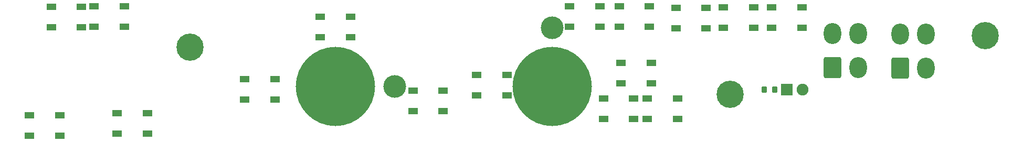
<source format=gbr>
%TF.GenerationSoftware,KiCad,Pcbnew,(6.0.9)*%
%TF.CreationDate,2023-01-06T21:10:05-09:00*%
%TF.ProjectId,HUD VID RCD PANEL,48554420-5649-4442-9052-43442050414e,rev?*%
%TF.SameCoordinates,Original*%
%TF.FileFunction,Soldermask,Top*%
%TF.FilePolarity,Negative*%
%FSLAX46Y46*%
G04 Gerber Fmt 4.6, Leading zero omitted, Abs format (unit mm)*
G04 Created by KiCad (PCBNEW (6.0.9)) date 2023-01-06 21:10:05*
%MOMM*%
%LPD*%
G01*
G04 APERTURE LIST*
G04 Aperture macros list*
%AMRoundRect*
0 Rectangle with rounded corners*
0 $1 Rounding radius*
0 $2 $3 $4 $5 $6 $7 $8 $9 X,Y pos of 4 corners*
0 Add a 4 corners polygon primitive as box body*
4,1,4,$2,$3,$4,$5,$6,$7,$8,$9,$2,$3,0*
0 Add four circle primitives for the rounded corners*
1,1,$1+$1,$2,$3*
1,1,$1+$1,$4,$5*
1,1,$1+$1,$6,$7*
1,1,$1+$1,$8,$9*
0 Add four rect primitives between the rounded corners*
20,1,$1+$1,$2,$3,$4,$5,0*
20,1,$1+$1,$4,$5,$6,$7,0*
20,1,$1+$1,$6,$7,$8,$9,0*
20,1,$1+$1,$8,$9,$2,$3,0*%
G04 Aperture macros list end*
%ADD10RoundRect,0.050000X-0.750000X-0.450000X0.750000X-0.450000X0.750000X0.450000X-0.750000X0.450000X0*%
%ADD11RoundRect,0.250000X0.200000X0.275000X-0.200000X0.275000X-0.200000X-0.275000X0.200000X-0.275000X0*%
%ADD12C,12.800000*%
%ADD13C,3.672000*%
%ADD14C,4.400000*%
%ADD15RoundRect,0.300001X-1.099999X-1.399999X1.099999X-1.399999X1.099999X1.399999X-1.099999X1.399999X0*%
%ADD16O,2.800000X3.400000*%
%ADD17RoundRect,0.050000X-0.900000X-0.900000X0.900000X-0.900000X0.900000X0.900000X-0.900000X0.900000X0*%
%ADD18C,1.900000*%
G04 APERTURE END LIST*
D10*
%TO.C,D1*%
X58166000Y-87021200D03*
X58166000Y-90321200D03*
X63066000Y-90321200D03*
X63066000Y-87021200D03*
%TD*%
%TO.C,D2*%
X61698800Y-69495200D03*
X61698800Y-72795200D03*
X66598800Y-72795200D03*
X66598800Y-69495200D03*
%TD*%
%TO.C,D3*%
X68607600Y-69444400D03*
X68607600Y-72744400D03*
X73507600Y-72744400D03*
X73507600Y-69444400D03*
%TD*%
%TO.C,D4*%
X72316000Y-86716400D03*
X72316000Y-90016400D03*
X77216000Y-90016400D03*
X77216000Y-86716400D03*
%TD*%
%TO.C,D5*%
X92862400Y-81230000D03*
X92862400Y-84530000D03*
X97762400Y-84530000D03*
X97762400Y-81230000D03*
%TD*%
%TO.C,D6*%
X105105000Y-71171600D03*
X105105000Y-74471600D03*
X110005000Y-74471600D03*
X110005000Y-71171600D03*
%TD*%
%TO.C,D7*%
X120029000Y-83084400D03*
X120029000Y-86384400D03*
X124929000Y-86384400D03*
X124929000Y-83084400D03*
%TD*%
%TO.C,D8*%
X130302000Y-80569600D03*
X130302000Y-83869600D03*
X135202000Y-83869600D03*
X135202000Y-80569600D03*
%TD*%
%TO.C,D9*%
X153596000Y-78588800D03*
X153596000Y-81888800D03*
X158496000Y-81888800D03*
X158496000Y-78588800D03*
%TD*%
%TO.C,D10*%
X150763000Y-84354400D03*
X150763000Y-87654400D03*
X155663000Y-87654400D03*
X155663000Y-84354400D03*
%TD*%
%TO.C,D11*%
X157812000Y-84328800D03*
X157812000Y-87628800D03*
X162712000Y-87628800D03*
X162712000Y-84328800D03*
%TD*%
%TO.C,D12*%
X145276000Y-69470000D03*
X145276000Y-72770000D03*
X150176000Y-72770000D03*
X150176000Y-69470000D03*
%TD*%
%TO.C,D13*%
X153303000Y-69470000D03*
X153303000Y-72770000D03*
X158203000Y-72770000D03*
X158203000Y-69470000D03*
%TD*%
%TO.C,D14*%
X162447000Y-69673200D03*
X162447000Y-72973200D03*
X167347000Y-72973200D03*
X167347000Y-69673200D03*
%TD*%
%TO.C,D15*%
X170129000Y-69596800D03*
X170129000Y-72896800D03*
X175029000Y-72896800D03*
X175029000Y-69596800D03*
%TD*%
%TO.C,D16*%
X177890000Y-69622400D03*
X177890000Y-72922400D03*
X182790000Y-72922400D03*
X182790000Y-69622400D03*
%TD*%
D11*
%TO.C,R1*%
X178397000Y-82931000D03*
X176747000Y-82931000D03*
%TD*%
D12*
%TO.C,REF\u002A\u002A*%
X142494000Y-82423000D03*
X142494000Y-82423000D03*
D13*
X142494000Y-72898000D03*
%TD*%
%TO.C,REF\u002A\u002A*%
X117094000Y-82423000D03*
D12*
X107569000Y-82423000D03*
X107569000Y-82423000D03*
%TD*%
D14*
%TO.C,REF\u002A\u002A*%
X212344000Y-74168000D03*
%TD*%
%TO.C,REF\u002A\u002A*%
X171196000Y-83693000D03*
%TD*%
%TO.C,REF\u002A\u002A*%
X84074000Y-76073000D03*
%TD*%
D15*
%TO.C,J1*%
X198619000Y-79414000D03*
D16*
X202819000Y-79414000D03*
X198619000Y-73914000D03*
X202819000Y-73914000D03*
%TD*%
D17*
%TO.C,D17*%
X180340000Y-82931000D03*
D18*
X182880000Y-82931000D03*
%TD*%
D15*
%TO.C,J2*%
X187706000Y-79375000D03*
D16*
X191906000Y-79375000D03*
X187706000Y-73875000D03*
X191906000Y-73875000D03*
%TD*%
M02*

</source>
